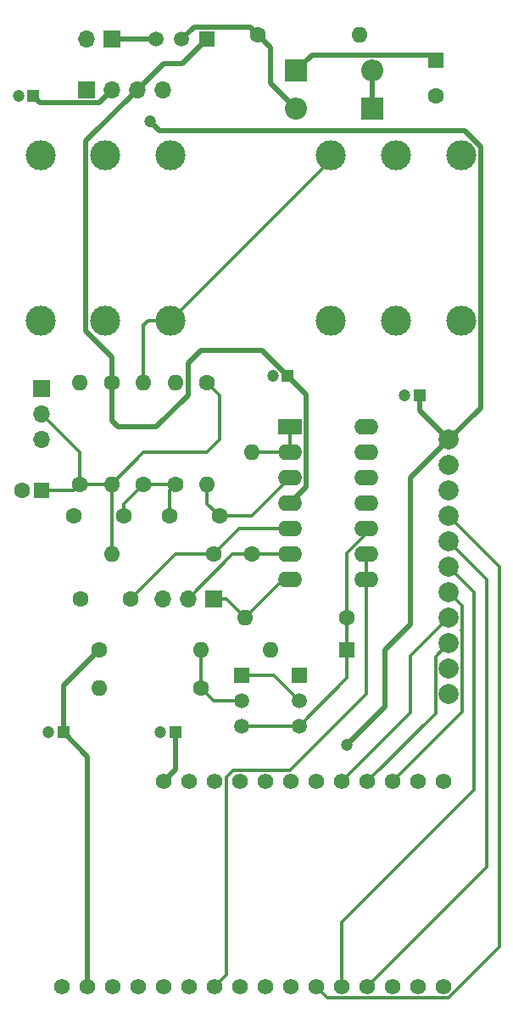
<source format=gtl>
%TF.GenerationSoftware,KiCad,Pcbnew,7.0.6*%
%TF.CreationDate,2024-08-25T10:20:08-07:00*%
%TF.ProjectId,Guitar_waveform_proj,47756974-6172-45f7-9761-7665666f726d,rev?*%
%TF.SameCoordinates,Original*%
%TF.FileFunction,Copper,L1,Top*%
%TF.FilePolarity,Positive*%
%FSLAX46Y46*%
G04 Gerber Fmt 4.6, Leading zero omitted, Abs format (unit mm)*
G04 Created by KiCad (PCBNEW 7.0.6) date 2024-08-25 10:20:08*
%MOMM*%
%LPD*%
G01*
G04 APERTURE LIST*
%TA.AperFunction,ComponentPad*%
%ADD10R,1.200000X1.200000*%
%TD*%
%TA.AperFunction,ComponentPad*%
%ADD11C,1.200000*%
%TD*%
%TA.AperFunction,ComponentPad*%
%ADD12R,2.400000X1.600000*%
%TD*%
%TA.AperFunction,ComponentPad*%
%ADD13O,2.400000X1.600000*%
%TD*%
%TA.AperFunction,ComponentPad*%
%ADD14C,1.600000*%
%TD*%
%TA.AperFunction,ComponentPad*%
%ADD15O,1.600000X1.600000*%
%TD*%
%TA.AperFunction,ComponentPad*%
%ADD16R,2.200000X2.200000*%
%TD*%
%TA.AperFunction,ComponentPad*%
%ADD17O,2.200000X2.200000*%
%TD*%
%TA.AperFunction,ComponentPad*%
%ADD18C,3.000000*%
%TD*%
%TA.AperFunction,ComponentPad*%
%ADD19R,1.500000X1.500000*%
%TD*%
%TA.AperFunction,ComponentPad*%
%ADD20C,1.500000*%
%TD*%
%TA.AperFunction,ComponentPad*%
%ADD21R,1.600000X1.600000*%
%TD*%
%TA.AperFunction,ComponentPad*%
%ADD22C,2.000000*%
%TD*%
%TA.AperFunction,ComponentPad*%
%ADD23R,1.700000X1.700000*%
%TD*%
%TA.AperFunction,ComponentPad*%
%ADD24O,1.700000X1.700000*%
%TD*%
%TA.AperFunction,ComponentPad*%
%ADD25C,1.570000*%
%TD*%
%TA.AperFunction,ViaPad*%
%ADD26C,1.200000*%
%TD*%
%TA.AperFunction,Conductor*%
%ADD27C,0.500000*%
%TD*%
%TA.AperFunction,Conductor*%
%ADD28C,0.300000*%
%TD*%
G04 APERTURE END LIST*
D10*
%TO.P,C5,1*%
%TO.N,+5V*%
X165735000Y-102870000D03*
D11*
%TO.P,C5,2*%
%TO.N,GND*%
X164235000Y-102870000D03*
%TD*%
D12*
%TO.P,U3,1*%
%TO.N,Vbuf*%
X177150000Y-72390000D03*
D13*
%TO.P,U3,2,-*%
X177150000Y-74930000D03*
%TO.P,U3,3,+*%
%TO.N,Net-(U3A-+)*%
X177150000Y-77470000D03*
%TO.P,U3,4,V+*%
%TO.N,+9V*%
X177150000Y-80010000D03*
%TO.P,U3,5,+*%
%TO.N,Net-(U3B-+)*%
X177150000Y-82550000D03*
%TO.P,U3,6,-*%
%TO.N,Net-(U3B--)*%
X177150000Y-85090000D03*
%TO.P,U3,7*%
%TO.N,Vamp*%
X177150000Y-87630000D03*
%TO.P,U3,8*%
%TO.N,Vadc*%
X184770000Y-87630000D03*
%TO.P,U3,9,-*%
X184770000Y-85090000D03*
%TO.P,U3,10,+*%
%TO.N,Net-(D3-K)*%
X184770000Y-82550000D03*
%TO.P,U3,11,V-*%
%TO.N,GND*%
X184770000Y-80010000D03*
%TO.P,U3,12*%
%TO.N,N/C*%
X184770000Y-77470000D03*
%TO.P,U3,13*%
X184770000Y-74930000D03*
%TO.P,U3,14*%
X184770000Y-72390000D03*
%TD*%
D14*
%TO.P,C8,1*%
%TO.N,GND*%
X155600000Y-81280000D03*
%TO.P,C8,2*%
%TO.N,Net-(C8-Pad2)*%
X160600000Y-81280000D03*
%TD*%
%TO.P,R8,1*%
%TO.N,Net-(U3B--)*%
X173340000Y-85090000D03*
D15*
%TO.P,R8,2*%
%TO.N,Vbuf*%
X173340000Y-74930000D03*
%TD*%
D14*
%TO.P,R10,1*%
%TO.N,+3.3V*%
X158115000Y-94615000D03*
D15*
%TO.P,R10,2*%
%TO.N,Net-(Q2-B)*%
X168275000Y-94615000D03*
%TD*%
D16*
%TO.P,D1,1,K*%
%TO.N,+9V*%
X177800000Y-36830000D03*
D17*
%TO.P,D1,2,A*%
%TO.N,Net-(D1-A)*%
X185420000Y-36830000D03*
%TD*%
D18*
%TO.P,J2,R*%
%TO.N,unconnected-(J2-PadR)*%
X187750000Y-45250000D03*
%TO.P,J2,RN*%
%TO.N,unconnected-(J2-PadRN)*%
X187750000Y-61750000D03*
%TO.P,J2,S*%
%TO.N,GND*%
X194250000Y-45250000D03*
%TO.P,J2,SN*%
X194250000Y-61750000D03*
%TO.P,J2,T*%
%TO.N,Vgtr*%
X181250000Y-45250000D03*
%TO.P,J2,TN*%
%TO.N,unconnected-(J2-PadTN)*%
X181250000Y-61750000D03*
%TD*%
D10*
%TO.P,C4,1*%
%TO.N,+3.3V*%
X154535000Y-102870000D03*
D11*
%TO.P,C4,2*%
%TO.N,GND*%
X153035000Y-102870000D03*
%TD*%
D10*
%TO.P,C2,1*%
%TO.N,+5V*%
X151535000Y-39370000D03*
D11*
%TO.P,C2,2*%
%TO.N,GND*%
X150035000Y-39370000D03*
%TD*%
D16*
%TO.P,D2,1,K*%
%TO.N,Net-(D1-A)*%
X185420000Y-40640000D03*
D17*
%TO.P,D2,2,A*%
%TO.N,Net-(D2-A)*%
X177800000Y-40640000D03*
%TD*%
D14*
%TO.P,R5,1*%
%TO.N,Net-(C8-Pad2)*%
X165720000Y-78105000D03*
D15*
%TO.P,R5,2*%
%TO.N,GND*%
X165720000Y-67945000D03*
%TD*%
D14*
%TO.P,R1,1*%
%TO.N,Net-(D2-A)*%
X173990000Y-33250000D03*
D15*
%TO.P,R1,2*%
%TO.N,GND*%
X184150000Y-33250000D03*
%TD*%
D14*
%TO.P,R7,1*%
%TO.N,Net-(U3B-+)*%
X169545000Y-85090000D03*
D15*
%TO.P,R7,2*%
%TO.N,Vref*%
X159385000Y-85090000D03*
%TD*%
D14*
%TO.P,R6,1*%
%TO.N,Vref*%
X168895000Y-67945000D03*
D15*
%TO.P,R6,2*%
%TO.N,Net-(U3A-+)*%
X168895000Y-78105000D03*
%TD*%
D19*
%TO.P,Q1,1,S*%
%TO.N,+9V*%
X168910000Y-33655000D03*
D20*
%TO.P,Q1,2,G*%
%TO.N,Net-(D2-A)*%
X166370000Y-33655000D03*
%TO.P,Q1,3,D*%
%TO.N,Net-(Q1-D)*%
X163830000Y-33655000D03*
%TD*%
D21*
%TO.P,C1,1*%
%TO.N,+9V*%
X191770000Y-35812349D03*
D14*
%TO.P,C1,2*%
%TO.N,GND*%
X191770000Y-39312349D03*
%TD*%
%TO.P,R4,1*%
%TO.N,Net-(C8-Pad2)*%
X162545000Y-78105000D03*
D15*
%TO.P,R4,2*%
%TO.N,Vgtr*%
X162545000Y-67945000D03*
%TD*%
D22*
%TO.P,U5,1,Vin*%
%TO.N,+5V*%
X193040000Y-73660000D03*
%TO.P,U5,2,3v3*%
%TO.N,unconnected-(U5-3v3-Pad2)*%
X193040000Y-76200000D03*
%TO.P,U5,3,Gnd*%
%TO.N,GND*%
X193040000Y-78740000D03*
%TO.P,U5,4,SCK*%
%TO.N,SCK*%
X193040000Y-81280000D03*
%TO.P,U5,5,MISO*%
%TO.N,MISO*%
X193040000Y-83820000D03*
%TO.P,U5,6,MOSI*%
%TO.N,MOSI*%
X193040000Y-86360000D03*
%TO.P,U5,7,CS*%
%TO.N,Net-(U4-14)*%
X193040000Y-88900000D03*
%TO.P,U5,8,RST*%
%TO.N,Net-(U4-15)*%
X193040000Y-91440000D03*
%TO.P,U5,9,D/C*%
%TO.N,Net-(U4-32)*%
X193040000Y-93980000D03*
%TO.P,U5,10,CCS*%
%TO.N,unconnected-(U5-CCS-Pad10)*%
X193040000Y-96520000D03*
%TO.P,U5,11,Lite*%
%TO.N,unconnected-(U5-Lite-Pad11)*%
X193040000Y-99060000D03*
%TD*%
D21*
%TO.P,C3,1*%
%TO.N,Vref*%
X152385000Y-78740000D03*
D14*
%TO.P,C3,2*%
%TO.N,GND*%
X150385000Y-78740000D03*
%TD*%
D23*
%TO.P,RV2,1,1*%
%TO.N,Vamp*%
X169545000Y-89535000D03*
D24*
%TO.P,RV2,2,2*%
%TO.N,Net-(U3B--)*%
X167005000Y-89535000D03*
%TO.P,RV2,3,3*%
%TO.N,unconnected-(RV2-Pad3)*%
X164465000Y-89535000D03*
%TD*%
D19*
%TO.P,Q2,1,E*%
%TO.N,Net-(Q2-E)*%
X172360000Y-97155000D03*
D20*
%TO.P,Q2,2,B*%
%TO.N,Net-(Q2-B)*%
X172360000Y-99695000D03*
%TO.P,Q2,3,C*%
%TO.N,Net-(D3-K)*%
X172360000Y-102235000D03*
%TD*%
D23*
%TO.P,U2,1,GND*%
%TO.N,GND*%
X156845000Y-38735000D03*
D24*
%TO.P,U2,2,5V*%
%TO.N,+5V*%
X159385000Y-38735000D03*
%TO.P,U2,3,Vin*%
%TO.N,+9V*%
X161925000Y-38735000D03*
%TO.P,U2,4,En*%
%TO.N,unconnected-(U2-En-Pad4)*%
X164465000Y-38735000D03*
%TD*%
D14*
%TO.P,R2,1*%
%TO.N,+9V*%
X159370000Y-67945000D03*
D15*
%TO.P,R2,2*%
%TO.N,Vref*%
X159370000Y-78105000D03*
%TD*%
D23*
%TO.P,U1,1,VCC*%
%TO.N,Net-(Q1-D)*%
X159390000Y-33655000D03*
D24*
%TO.P,U1,2,GND*%
%TO.N,GND*%
X156850000Y-33655000D03*
%TD*%
D19*
%TO.P,Q3,1,E*%
%TO.N,GND*%
X178075000Y-97155000D03*
D20*
%TO.P,Q3,2,B*%
%TO.N,Net-(Q2-E)*%
X178075000Y-99695000D03*
%TO.P,Q3,3,C*%
%TO.N,Net-(D3-K)*%
X178075000Y-102235000D03*
%TD*%
D21*
%TO.P,D3,1,K*%
%TO.N,Net-(D3-K)*%
X182880000Y-94615000D03*
D15*
%TO.P,D3,2,A*%
%TO.N,GND*%
X175260000Y-94615000D03*
%TD*%
D10*
%TO.P,C6,1*%
%TO.N,+5V*%
X190095000Y-69215000D03*
D11*
%TO.P,C6,2*%
%TO.N,GND*%
X188595000Y-69215000D03*
%TD*%
D10*
%TO.P,C7,1*%
%TO.N,+9V*%
X176935000Y-67310000D03*
D11*
%TO.P,C7,2*%
%TO.N,GND*%
X175435000Y-67310000D03*
%TD*%
D25*
%TO.P,U4,1,RST*%
%TO.N,unconnected-(U4-RST-Pad1)*%
X154392000Y-128246000D03*
%TO.P,U4,2,3V*%
%TO.N,+3.3V*%
X156932000Y-128246000D03*
%TO.P,U4,3,NC*%
%TO.N,unconnected-(U4-NC-Pad3)*%
X159472000Y-128246000D03*
%TO.P,U4,4,GND*%
%TO.N,GND*%
X162012000Y-128246000D03*
%TO.P,U4,5,A0*%
%TO.N,unconnected-(U4-A0-Pad5)*%
X164552000Y-128246000D03*
%TO.P,U4,6,A1*%
%TO.N,unconnected-(U4-A1-Pad6)*%
X167092000Y-128246000D03*
%TO.P,U4,7,A2*%
%TO.N,Vadc*%
X169632000Y-128246000D03*
%TO.P,U4,8,A3*%
%TO.N,unconnected-(U4-A3-Pad8)*%
X172172000Y-128246000D03*
%TO.P,U4,9,A4*%
%TO.N,unconnected-(U4-A4-Pad9)*%
X174712000Y-128246000D03*
%TO.P,U4,10,A5*%
%TO.N,unconnected-(U4-A5-Pad10)*%
X177252000Y-128246000D03*
%TO.P,U4,11,SCK*%
%TO.N,SCK*%
X179792000Y-128246000D03*
%TO.P,U4,12,MOSI*%
%TO.N,MOSI*%
X182332000Y-128246000D03*
%TO.P,U4,13,MISO*%
%TO.N,MISO*%
X184872000Y-128246000D03*
%TO.P,U4,14,RX*%
%TO.N,unconnected-(U4-RX-Pad14)*%
X187412000Y-128246000D03*
%TO.P,U4,15,TX*%
%TO.N,unconnected-(U4-TX-Pad15)*%
X189952000Y-128246000D03*
%TO.P,U4,16,21*%
%TO.N,unconnected-(U4-21-Pad16)*%
X192492000Y-128246000D03*
%TO.P,U4,17,SDA*%
%TO.N,unconnected-(U4-SDA-Pad17)*%
X192492000Y-107774000D03*
%TO.P,U4,18,SCL*%
%TO.N,unconnected-(U4-SCL-Pad18)*%
X189952000Y-107774000D03*
%TO.P,U4,19,14*%
%TO.N,Net-(U4-14)*%
X187412000Y-107774000D03*
%TO.P,U4,20,32*%
%TO.N,Net-(U4-32)*%
X184872000Y-107774000D03*
%TO.P,U4,21,15*%
%TO.N,Net-(U4-15)*%
X182332000Y-107774000D03*
%TO.P,U4,22,33*%
%TO.N,unconnected-(U4-33-Pad22)*%
X179792000Y-107774000D03*
%TO.P,U4,23,27*%
%TO.N,unconnected-(U4-27-Pad23)*%
X177252000Y-107774000D03*
%TO.P,U4,24,12*%
%TO.N,unconnected-(U4-12-Pad24)*%
X174712000Y-107774000D03*
%TO.P,U4,25,13*%
%TO.N,unconnected-(U4-13-Pad25)*%
X172172000Y-107774000D03*
%TO.P,U4,26,VBUS/USB*%
%TO.N,unconnected-(U4-VBUS{slash}USB-Pad26)*%
X169632000Y-107774000D03*
%TO.P,U4,27,EN*%
%TO.N,unconnected-(U4-EN-Pad27)*%
X167092000Y-107774000D03*
%TO.P,U4,28,VBAT*%
%TO.N,+5V*%
X164552000Y-107774000D03*
%TD*%
D14*
%TO.P,C10,1*%
%TO.N,Net-(U3B-+)*%
X161290000Y-89535000D03*
%TO.P,C10,2*%
%TO.N,GND*%
X156290000Y-89535000D03*
%TD*%
D23*
%TO.P,RV1,1,1*%
%TO.N,GND*%
X152385000Y-68580000D03*
D24*
%TO.P,RV1,2,2*%
%TO.N,Vref*%
X152385000Y-71120000D03*
%TO.P,RV1,3,3*%
%TO.N,unconnected-(RV1-Pad3)*%
X152385000Y-73660000D03*
%TD*%
D14*
%TO.P,R3,1*%
%TO.N,Vref*%
X156195000Y-78105000D03*
D15*
%TO.P,R3,2*%
%TO.N,GND*%
X156195000Y-67945000D03*
%TD*%
D14*
%TO.P,R11,1*%
%TO.N,Net-(Q2-B)*%
X168275000Y-98425000D03*
D15*
%TO.P,R11,2*%
%TO.N,GND*%
X158115000Y-98425000D03*
%TD*%
D14*
%TO.P,C9,1*%
%TO.N,Net-(U3A-+)*%
X170125000Y-81280000D03*
%TO.P,C9,2*%
%TO.N,Net-(C8-Pad2)*%
X165125000Y-81280000D03*
%TD*%
%TO.P,R9,1*%
%TO.N,Net-(D3-K)*%
X182880000Y-91440000D03*
D15*
%TO.P,R9,2*%
%TO.N,Vamp*%
X172720000Y-91440000D03*
%TD*%
D18*
%TO.P,J1,R*%
%TO.N,unconnected-(J1-PadR)*%
X158750000Y-61750000D03*
%TO.P,J1,RN*%
%TO.N,unconnected-(J1-PadRN)*%
X158750000Y-45250000D03*
%TO.P,J1,S*%
%TO.N,GND*%
X152250000Y-61750000D03*
%TO.P,J1,SN*%
X152250000Y-45250000D03*
%TO.P,J1,T*%
%TO.N,Vgtr*%
X165250000Y-61750000D03*
%TO.P,J1,TN*%
%TO.N,GND*%
X165250000Y-45250000D03*
%TD*%
D26*
%TO.N,+5V*%
X182880000Y-104140000D03*
X163195000Y-41910000D03*
%TD*%
D27*
%TO.N,+9V*%
X156800000Y-62820000D02*
X159370000Y-65390000D01*
X177150000Y-80010000D02*
X178800000Y-78360000D01*
X168910000Y-33655000D02*
X166436522Y-36128478D01*
X160020000Y-72390000D02*
X163830000Y-72390000D01*
X167005000Y-66040000D02*
X168275000Y-64770000D01*
X156800000Y-43860000D02*
X156800000Y-62820000D01*
X177800000Y-36830000D02*
X179350000Y-35280000D01*
X191237651Y-35280000D02*
X191770000Y-35812349D01*
X178800000Y-78360000D02*
X178800000Y-69175000D01*
X167005000Y-69215000D02*
X167005000Y-66040000D01*
X161925000Y-38735000D02*
X156800000Y-43860000D01*
X166436522Y-36128478D02*
X164531522Y-36128478D01*
X163830000Y-72390000D02*
X167005000Y-69215000D01*
X178800000Y-69175000D02*
X176935000Y-67310000D01*
X179350000Y-35280000D02*
X191237651Y-35280000D01*
X159370000Y-65390000D02*
X159370000Y-67945000D01*
X159370000Y-67945000D02*
X159370000Y-71740000D01*
X174395000Y-64770000D02*
X176935000Y-67310000D01*
X164531522Y-36128478D02*
X161925000Y-38735000D01*
X168275000Y-64770000D02*
X174395000Y-64770000D01*
X159370000Y-71740000D02*
X160020000Y-72390000D01*
D28*
%TO.N,Vamp*%
X177150000Y-87630000D02*
X176530000Y-87630000D01*
X176530000Y-87630000D02*
X172720000Y-91440000D01*
X170815000Y-89535000D02*
X172720000Y-91440000D01*
X169545000Y-89535000D02*
X170815000Y-89535000D01*
%TO.N,Vgtr*%
X165250000Y-61750000D02*
X181250000Y-45750000D01*
X165250000Y-61750000D02*
X163000000Y-61750000D01*
X163000000Y-61750000D02*
X162545000Y-62205000D01*
X162545000Y-62205000D02*
X162545000Y-67945000D01*
X181250000Y-45750000D02*
X181250000Y-45250000D01*
%TO.N,Net-(D3-K)*%
X184770000Y-83063654D02*
X184770000Y-82550000D01*
X178075000Y-102235000D02*
X172360000Y-102235000D01*
X182880000Y-84953654D02*
X184770000Y-83063654D01*
X182880000Y-93980000D02*
X182880000Y-97430000D01*
X182880000Y-90805000D02*
X182880000Y-84953654D01*
X182880000Y-90805000D02*
X182880000Y-93980000D01*
X182880000Y-97430000D02*
X178075000Y-102235000D01*
D27*
%TO.N,Net-(D1-A)*%
X185420000Y-36830000D02*
X185420000Y-40640000D01*
%TO.N,+3.3V*%
X156932000Y-128246000D02*
X156932000Y-105267000D01*
X156932000Y-105267000D02*
X154535000Y-102870000D01*
X154535000Y-102870000D02*
X154535000Y-98195000D01*
X154535000Y-98195000D02*
X158115000Y-94615000D01*
%TO.N,Net-(D2-A)*%
X167574999Y-32450001D02*
X173190001Y-32450001D01*
X173190001Y-32450001D02*
X173990000Y-33250000D01*
X175260000Y-38100000D02*
X177800000Y-40640000D01*
X173990000Y-33250000D02*
X175260000Y-34520000D01*
X175260000Y-34520000D02*
X175260000Y-38100000D01*
X166370000Y-33655000D02*
X167574999Y-32450001D01*
D28*
%TO.N,Vadc*%
X177206000Y-106639000D02*
X171491000Y-106639000D01*
X184770000Y-85090000D02*
X184770000Y-87630000D01*
X170815000Y-127063000D02*
X169632000Y-128246000D01*
X171491000Y-106639000D02*
X170815000Y-107315000D01*
X184785000Y-99060000D02*
X177206000Y-106639000D01*
X184770000Y-87630000D02*
X184770000Y-99045000D01*
X184770000Y-99045000D02*
X184785000Y-99060000D01*
X170815000Y-107315000D02*
X170815000Y-127063000D01*
D27*
%TO.N,Net-(Q1-D)*%
X159390000Y-33655000D02*
X163830000Y-33655000D01*
D28*
%TO.N,Net-(Q2-E)*%
X175535000Y-97155000D02*
X178075000Y-99695000D01*
X172360000Y-97155000D02*
X175535000Y-97155000D01*
%TO.N,Net-(Q2-B)*%
X172360000Y-99695000D02*
X169545000Y-99695000D01*
X169545000Y-99695000D02*
X168275000Y-98425000D01*
X168275000Y-94615000D02*
X168275000Y-98425000D01*
%TO.N,SCK*%
X192962133Y-129381000D02*
X180927000Y-129381000D01*
X198120000Y-86360000D02*
X198120000Y-124223133D01*
X198120000Y-124223133D02*
X192962133Y-129381000D01*
X180927000Y-129381000D02*
X179792000Y-128246000D01*
X193040000Y-81280000D02*
X198120000Y-86360000D01*
%TO.N,MOSI*%
X195580000Y-88900000D02*
X195580000Y-108585000D01*
X182332000Y-121833000D02*
X182332000Y-128246000D01*
X193040000Y-86360000D02*
X195580000Y-88900000D01*
X195580000Y-108585000D02*
X182332000Y-121833000D01*
%TO.N,MISO*%
X196850000Y-87630000D02*
X196850000Y-116268000D01*
X193040000Y-83820000D02*
X196850000Y-87630000D01*
X196850000Y-116268000D02*
X184872000Y-128246000D01*
%TO.N,Net-(U4-14)*%
X194390000Y-92630000D02*
X194310000Y-92710000D01*
X194390000Y-100796000D02*
X187412000Y-107774000D01*
X193040000Y-88900000D02*
X194390000Y-90250000D01*
X194390000Y-90250000D02*
X194390000Y-92630000D01*
X194390000Y-92790000D02*
X194390000Y-100796000D01*
X194310000Y-92710000D02*
X194390000Y-92790000D01*
%TO.N,Net-(U4-32)*%
X191690000Y-100956000D02*
X184872000Y-107774000D01*
X191690000Y-95330000D02*
X191690000Y-100956000D01*
X193040000Y-93980000D02*
X191690000Y-95330000D01*
%TO.N,Net-(U4-15)*%
X189230000Y-100876000D02*
X189230000Y-95250000D01*
X182332000Y-107774000D02*
X189230000Y-100876000D01*
X189230000Y-95250000D02*
X193040000Y-91440000D01*
D27*
%TO.N,+5V*%
X186690000Y-100330000D02*
X186690000Y-94615000D01*
X158085000Y-40035000D02*
X152200000Y-40035000D01*
X189230000Y-77470000D02*
X193040000Y-73660000D01*
X189230000Y-92075000D02*
X189230000Y-77470000D01*
X165735000Y-102870000D02*
X165735000Y-106591000D01*
X196215000Y-70485000D02*
X193040000Y-73660000D01*
X186690000Y-94615000D02*
X189230000Y-92075000D01*
X190095000Y-69215000D02*
X190095000Y-70715000D01*
X194582717Y-42825000D02*
X196215000Y-44457283D01*
X196215000Y-44457283D02*
X196215000Y-70485000D01*
X152200000Y-40035000D02*
X151535000Y-39370000D01*
X190095000Y-70715000D02*
X193040000Y-73660000D01*
X163195000Y-41910000D02*
X164110000Y-42825000D01*
X165735000Y-106591000D02*
X164552000Y-107774000D01*
X182880000Y-104140000D02*
X186690000Y-100330000D01*
X159385000Y-38735000D02*
X158085000Y-40035000D01*
X164110000Y-42825000D02*
X194582717Y-42825000D01*
D28*
%TO.N,Vref*%
X159370000Y-78105000D02*
X159370000Y-85075000D01*
X170165000Y-69215000D02*
X170180000Y-69215000D01*
X159370000Y-85075000D02*
X159385000Y-85090000D01*
X152385000Y-78740000D02*
X155560000Y-78740000D01*
X155560000Y-78740000D02*
X156195000Y-78105000D01*
X170180000Y-69215000D02*
X170180000Y-73660000D01*
X170180000Y-73660000D02*
X168910000Y-74930000D01*
X156195000Y-74930000D02*
X156195000Y-78105000D01*
X168910000Y-74930000D02*
X162545000Y-74930000D01*
X168895000Y-67945000D02*
X170165000Y-69215000D01*
X152385000Y-71120000D02*
X156195000Y-74930000D01*
X159370000Y-78105000D02*
X156195000Y-78105000D01*
X162545000Y-74930000D02*
X159370000Y-78105000D01*
%TO.N,Net-(C8-Pad2)*%
X165125000Y-81280000D02*
X165125000Y-78700000D01*
X165125000Y-78700000D02*
X165720000Y-78105000D01*
X160600000Y-81280000D02*
X160600000Y-80050000D01*
X160600000Y-80050000D02*
X162545000Y-78105000D01*
X162545000Y-78105000D02*
X165720000Y-78105000D01*
%TO.N,Vbuf*%
X173340000Y-74930000D02*
X177150000Y-74930000D01*
X177150000Y-72390000D02*
X177150000Y-74930000D01*
%TO.N,Net-(U3A-+)*%
X168895000Y-80050000D02*
X170125000Y-81280000D01*
X170125000Y-81280000D02*
X173340000Y-81280000D01*
X168895000Y-78105000D02*
X168895000Y-80050000D01*
X173340000Y-81280000D02*
X177150000Y-77470000D01*
%TO.N,Net-(U3B-+)*%
X172085000Y-82550000D02*
X177150000Y-82550000D01*
X165735000Y-85090000D02*
X169545000Y-85090000D01*
X169545000Y-85090000D02*
X172085000Y-82550000D01*
X161290000Y-89535000D02*
X165735000Y-85090000D01*
%TO.N,Net-(U3B--)*%
X167005000Y-89535000D02*
X171450000Y-85090000D01*
X173340000Y-85090000D02*
X177150000Y-85090000D01*
X171450000Y-85090000D02*
X173340000Y-85090000D01*
%TD*%
M02*

</source>
